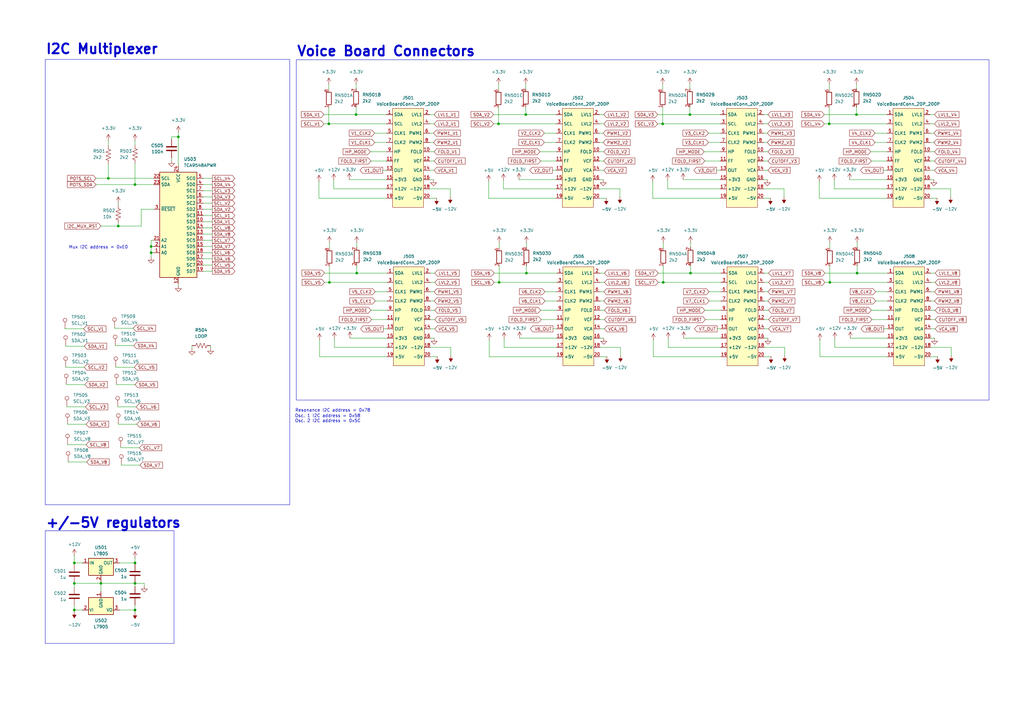
<source format=kicad_sch>
(kicad_sch (version 20231120) (generator "eeschema") (generator_version "8.0")
  (paper "A3")
  (junction (at 44.45 73.152))
  (junction (at 271.78 50.8))
  (junction (at 30.48 250.19))
  (junction (at 146.05 46.99))
  (junction (at 134.874 50.8))
  (junction (at 204.724 115.824))
  (junction (at 340.36 115.824))
  (junction (at 282.956 46.99))
  (junction (at 30.48 239.268))
  (junction (at 135.128 115.824))
  (junction (at 272.034 115.824))
  (junction (at 48.514 92.71))
  (junction (at 215.9 112.014))
  (junction (at 351.282 46.99))
  (junction (at 55.372 239.268))
  (junction (at 283.21 112.014))
  (junction (at 55.372 75.692))
  (junction (at 41.402 239.268))
  (junction (at 204.47 50.8))
  (junction (at 61.976 101.092))
  (junction (at 55.372 230.886))
  (junction (at 146.304 112.014))
  (junction (at 61.976 103.632))
  (junction (at 55.372 250.19))
  (junction (at 30.48 230.886))
  (junction (at 73.152 56.134))
  (junction (at 351.536 112.014))
  (junction (at 340.106 50.8))
  (junction (at 215.646 46.99))
  (wire (pts (xy 27.686 182.372) (xy 27.686 182.118)))
  (wire (pts (xy 313.182 69.85) (xy 314.96 69.85)))
  (wire (pts (xy 381.762 119.634) (xy 383.286 119.634)))
  (wire (pts (xy 176.276 62.23) (xy 178.054 62.23)))
  (wire (pts (xy 41.402 239.268) (xy 41.402 242.57)))
  (wire (pts (xy 288.798 62.23) (xy 295.402 62.23)))
  (wire (pts (xy 351.536 112.014) (xy 363.982 112.014)))
  (wire (pts (xy 202.438 50.8) (xy 204.47 50.8)))
  (wire (pts (xy 133.096 112.014) (xy 146.304 112.014)))
  (wire (pts (xy 30.48 239.268) (xy 30.48 240.792)))
  (wire (pts (xy 83.312 98.552) (xy 87.122 98.552)))
  (wire (pts (xy 57.912 92.71) (xy 57.912 85.852)))
  (wire (pts (xy 267.716 81.28) (xy 295.402 81.28)))
  (wire (pts (xy 246.126 115.824) (xy 247.904 115.824)))
  (wire (pts (xy 226.568 69.85) (xy 228.092 69.85)))
  (wire (pts (xy 83.312 83.312) (xy 87.122 83.312)))
  (wire (pts (xy 336.296 146.304) (xy 363.982 146.304)))
  (wire (pts (xy 313.436 127.254) (xy 315.214 127.254)))
  (wire (pts (xy 226.822 134.874) (xy 228.346 134.874)))
  (wire (pts (xy 271.78 44.196) (xy 271.78 50.8)))
  (wire (pts (xy 184.912 142.494) (xy 184.912 145.796)))
  (wire (pts (xy 70.358 56.134) (xy 73.152 56.134)))
  (wire (pts (xy 246.126 138.684) (xy 247.65 138.684)))
  (wire (pts (xy 338.328 112.014) (xy 351.536 112.014)))
  (wire (pts (xy 245.872 69.85) (xy 247.65 69.85)))
  (wire (pts (xy 221.742 66.04) (xy 228.092 66.04)))
  (wire (pts (xy 46.99 134.62) (xy 54.61 134.62)))
  (wire (pts (xy 26.924 150.622) (xy 34.544 150.622)))
  (wire (pts (xy 381.508 73.66) (xy 383.032 73.66)))
  (wire (pts (xy 313.436 142.494) (xy 321.818 142.494)))
  (wire (pts (xy 55.372 239.268) (xy 55.372 240.538)))
  (wire (pts (xy 272.034 115.824) (xy 295.656 115.824)))
  (wire (pts (xy 215.9 112.014) (xy 228.346 112.014)))
  (wire (pts (xy 342.138 73.914) (xy 342.138 77.47)))
  (wire (pts (xy 44.45 73.152) (xy 62.992 73.152)))
  (wire (pts (xy 83.312 80.772) (xy 87.122 80.772)))
  (wire (pts (xy 351.536 99.568) (xy 351.536 101.346)))
  (wire (pts (xy 271.78 50.8) (xy 295.402 50.8)))
  (wire (pts (xy 283.21 99.568) (xy 283.21 101.346)))
  (wire (pts (xy 204.724 115.824) (xy 228.346 115.824)))
  (wire (pts (xy 245.872 58.42) (xy 247.396 58.42)))
  (wire (pts (xy 215.9 108.966) (xy 215.9 112.014)))
  (wire (pts (xy 48.514 173.99) (xy 48.514 173.736)))
  (wire (pts (xy 70.358 57.15) (xy 70.358 56.134)))
  (wire (pts (xy 176.276 73.66) (xy 177.8 73.66)))
  (wire (pts (xy 176.276 66.04) (xy 178.054 66.04)))
  (wire (pts (xy 200.406 74.422) (xy 200.406 81.28)))
  (wire (pts (xy 48.514 83.312) (xy 48.514 84.074)))
  (wire (pts (xy 206.502 77.47) (xy 228.092 77.47)))
  (wire (pts (xy 157.226 134.874) (xy 158.75 134.874)))
  (wire (pts (xy 152.146 127.254) (xy 158.75 127.254)))
  (wire (pts (xy 83.312 73.152) (xy 87.122 73.152)))
  (wire (pts (xy 26.924 150.622) (xy 26.924 150.368)))
  (wire (pts (xy 49.022 230.886) (xy 55.372 230.886)))
  (wire (pts (xy 357.378 127.254) (xy 363.982 127.254)))
  (wire (pts (xy 47.244 141.732) (xy 54.864 141.732)))
  (wire (pts (xy 30.48 227.838) (xy 30.48 230.886)))
  (wire (pts (xy 282.956 46.99) (xy 295.402 46.99)))
  (wire (pts (xy 176.276 54.61) (xy 177.8 54.61)))
  (wire (pts (xy 267.97 139.446) (xy 267.97 146.304)))
  (wire (pts (xy 41.402 239.268) (xy 55.372 239.268)))
  (wire (pts (xy 176.53 119.634) (xy 178.054 119.634)))
  (wire (pts (xy 49.784 190.754) (xy 49.784 190.5)))
  (wire (pts (xy 293.878 69.85) (xy 295.402 69.85)))
  (wire (pts (xy 176.53 146.304) (xy 179.324 146.304)))
  (wire (pts (xy 44.45 57.658) (xy 44.45 59.69)))
  (wire (pts (xy 27.178 157.734) (xy 27.178 157.48)))
  (wire (pts (xy 146.05 34.544) (xy 146.05 36.322)))
  (wire (pts (xy 313.182 58.42) (xy 314.706 58.42)))
  (wire (pts (xy 221.996 131.064) (xy 228.346 131.064)))
  (wire (pts (xy 55.372 230.886) (xy 55.372 231.394)))
  (wire (pts (xy 245.872 50.8) (xy 247.65 50.8)))
  (wire (pts (xy 86.36 141.732) (xy 86.36 142.748)))
  (wire (pts (xy 270.002 112.014) (xy 283.21 112.014)))
  (wire (pts (xy 27.178 157.734) (xy 34.798 157.734)))
  (wire (pts (xy 280.162 73.66) (xy 295.402 73.66)))
  (wire (pts (xy 313.182 66.04) (xy 314.96 66.04)))
  (wire (pts (xy 381.762 138.684) (xy 383.286 138.684)))
  (wire (pts (xy 381.508 58.42) (xy 383.032 58.42)))
  (wire (pts (xy 290.83 123.444) (xy 295.656 123.444)))
  (wire (pts (xy 381.508 62.23) (xy 383.286 62.23)))
  (wire (pts (xy 313.436 115.824) (xy 315.214 115.824)))
  (wire (pts (xy 290.576 54.61) (xy 295.402 54.61)))
  (wire (pts (xy 184.658 77.47) (xy 184.658 80.772)))
  (wire (pts (xy 61.976 98.552) (xy 62.992 98.552)))
  (wire (pts (xy 254.508 142.494) (xy 254.508 145.796)))
  (wire (pts (xy 381.762 142.494) (xy 390.144 142.494)))
  (wire (pts (xy 273.812 77.47) (xy 295.402 77.47)))
  (wire (pts (xy 381.762 123.444) (xy 383.286 123.444)))
  (wire (pts (xy 176.53 127.254) (xy 178.308 127.254)))
  (wire (pts (xy 254.254 77.47) (xy 254.254 80.772)))
  (wire (pts (xy 39.37 73.152) (xy 44.45 73.152)))
  (wire (pts (xy 130.81 81.28) (xy 158.496 81.28)))
  (wire (pts (xy 59.182 240.284) (xy 59.182 239.268)))
  (wire (pts (xy 41.402 92.71) (xy 48.514 92.71)))
  (wire (pts (xy 48.514 92.71) (xy 57.912 92.71)))
  (wire (pts (xy 280.416 138.684) (xy 295.656 138.684)))
  (wire (pts (xy 381.508 81.28) (xy 384.302 81.28)))
  (wire (pts (xy 132.842 46.99) (xy 146.05 46.99)))
  (wire (pts (xy 176.53 131.064) (xy 178.308 131.064)))
  (wire (pts (xy 30.48 250.19) (xy 30.48 250.952)))
  (wire (pts (xy 290.576 58.42) (xy 295.402 58.42)))
  (wire (pts (xy 143.256 73.66) (xy 158.496 73.66)))
  (wire (pts (xy 202.692 112.014) (xy 215.9 112.014)))
  (wire (pts (xy 73.152 56.134) (xy 73.152 68.072)))
  (wire (pts (xy 131.064 146.304) (xy 158.75 146.304)))
  (wire (pts (xy 200.406 81.28) (xy 228.092 81.28)))
  (wire (pts (xy 55.372 239.014) (xy 55.372 239.268)))
  (wire (pts (xy 136.906 77.47) (xy 158.496 77.47)))
  (wire (pts (xy 221.488 62.23) (xy 228.092 62.23)))
  (wire (pts (xy 176.53 115.824) (xy 178.308 115.824)))
  (wire (pts (xy 26.924 141.986) (xy 26.924 141.732)))
  (wire (pts (xy 351.282 43.942) (xy 351.282 46.99)))
  (wire (pts (xy 338.074 50.8) (xy 340.106 50.8)))
  (wire (pts (xy 213.106 138.684) (xy 228.346 138.684)))
  (wire (pts (xy 381.762 131.064) (xy 383.54 131.064)))
  (wire (pts (xy 46.99 134.62) (xy 46.99 134.366)))
  (wire (pts (xy 351.536 108.966) (xy 351.536 112.014)))
  (wire (pts (xy 135.128 99.568) (xy 135.128 101.6)))
  (wire (pts (xy 61.976 101.092) (xy 62.992 101.092)))
  (wire (pts (xy 357.378 66.04) (xy 363.728 66.04)))
  (wire (pts (xy 358.902 58.42) (xy 363.728 58.42)))
  (wire (pts (xy 135.128 115.824) (xy 158.75 115.824)))
  (wire (pts (xy 223.52 123.444) (xy 228.346 123.444)))
  (wire (pts (xy 202.438 46.99) (xy 215.646 46.99)))
  (wire (pts (xy 245.872 73.66) (xy 247.396 73.66)))
  (wire (pts (xy 146.05 46.99) (xy 158.496 46.99)))
  (wire (pts (xy 389.89 77.47) (xy 389.89 80.772)))
  (wire (pts (xy 246.126 142.494) (xy 254.508 142.494)))
  (wire (pts (xy 269.748 50.8) (xy 271.78 50.8)))
  (wire (pts (xy 137.16 142.494) (xy 158.75 142.494)))
  (wire (pts (xy 30.48 248.412) (xy 30.48 250.19)))
  (wire (pts (xy 223.52 119.634) (xy 228.346 119.634)))
  (wire (pts (xy 381.508 46.99) (xy 383.286 46.99)))
  (wire (pts (xy 340.36 115.824) (xy 363.982 115.824)))
  (wire (pts (xy 83.312 88.392) (xy 87.122 88.392)))
  (wire (pts (xy 338.328 115.824) (xy 340.36 115.824)))
  (wire (pts (xy 153.67 58.42) (xy 158.496 58.42)))
  (wire (pts (xy 340.106 44.196) (xy 340.106 50.8)))
  (wire (pts (xy 130.81 74.422) (xy 130.81 81.28)))
  (wire (pts (xy 245.872 77.47) (xy 254.254 77.47)))
  (wire (pts (xy 270.002 115.824) (xy 272.034 115.824)))
  (wire (pts (xy 338.074 46.99) (xy 351.282 46.99)))
  (wire (pts (xy 381.508 77.47) (xy 389.89 77.47)))
  (wire (pts (xy 137.16 138.938) (xy 137.16 142.494)))
  (wire (pts (xy 381.508 69.85) (xy 383.286 69.85)))
  (wire (pts (xy 274.066 138.938) (xy 274.066 142.494)))
  (wire (pts (xy 245.872 54.61) (xy 247.396 54.61)))
  (wire (pts (xy 55.372 57.658) (xy 55.372 59.436)))
  (wire (pts (xy 73.152 54.356) (xy 73.152 56.134)))
  (wire (pts (xy 151.892 62.23) (xy 158.496 62.23)))
  (wire (pts (xy 269.748 46.99) (xy 282.956 46.99)))
  (wire (pts (xy 55.372 230.886) (xy 55.372 228.854)))
  (wire (pts (xy 381.762 134.874) (xy 383.54 134.874)))
  (wire (pts (xy 134.874 44.196) (xy 134.874 50.8)))
  (wire (pts (xy 176.276 46.99) (xy 178.054 46.99)))
  (wire (pts (xy 313.182 62.23) (xy 314.96 62.23)))
  (wire (pts (xy 223.266 54.61) (xy 228.092 54.61)))
  (wire (pts (xy 47.752 157.734) (xy 55.372 157.734)))
  (wire (pts (xy 206.756 138.938) (xy 206.756 142.494)))
  (wire (pts (xy 272.034 109.22) (xy 272.034 115.824)))
  (wire (pts (xy 70.358 64.77) (xy 70.358 65.786)))
  (wire (pts (xy 273.812 73.914) (xy 273.812 77.47)))
  (wire (pts (xy 78.74 141.732) (xy 78.74 143.002)))
  (wire (pts (xy 246.126 112.014) (xy 247.904 112.014)))
  (wire (pts (xy 294.132 134.874) (xy 295.656 134.874)))
  (wire (pts (xy 153.924 119.634) (xy 158.75 119.634)))
  (wire (pts (xy 283.21 112.014) (xy 295.656 112.014)))
  (wire (pts (xy 153.67 54.61) (xy 158.496 54.61)))
  (wire (pts (xy 215.646 46.99) (xy 228.092 46.99)))
  (wire (pts (xy 206.502 73.914) (xy 206.502 77.47)))
  (wire (pts (xy 61.976 103.632) (xy 62.992 103.632)))
  (wire (pts (xy 44.45 67.31) (xy 44.45 73.152)))
  (wire (pts (xy 47.498 150.622) (xy 55.118 150.622)))
  (wire (pts (xy 55.372 75.692) (xy 62.992 75.692)))
  (wire (pts (xy 49.022 250.19) (xy 55.372 250.19)))
  (wire (pts (xy 49.53 183.642) (xy 57.15 183.642)))
  (wire (pts (xy 272.034 99.568) (xy 272.034 101.6)))
  (wire (pts (xy 47.244 141.732) (xy 47.244 141.478)))
  (wire (pts (xy 282.956 43.942) (xy 282.956 46.99)))
  (wire (pts (xy 348.488 73.66) (xy 363.728 73.66)))
  (wire (pts (xy 321.564 77.47) (xy 321.564 80.772)))
  (wire (pts (xy 282.956 34.544) (xy 282.956 36.322)))
  (wire (pts (xy 176.276 69.85) (xy 178.054 69.85)))
  (wire (pts (xy 340.106 34.544) (xy 340.106 36.576)))
  (wire (pts (xy 390.144 142.494) (xy 390.144 145.796)))
  (wire (pts (xy 351.282 34.544) (xy 351.282 36.322)))
  (wire (pts (xy 176.53 134.874) (xy 178.308 134.874)))
  (wire (pts (xy 313.436 123.444) (xy 314.96 123.444)))
  (wire (pts (xy 83.312 101.092) (xy 87.122 101.092)))
  (wire (pts (xy 245.872 81.28) (xy 248.666 81.28)))
  (wire (pts (xy 245.872 62.23) (xy 247.65 62.23)))
  (wire (pts (xy 27.686 173.99) (xy 27.686 173.736)))
  (wire (pts (xy 55.372 67.056) (xy 55.372 75.692)))
  (wire (pts (xy 200.66 146.304) (xy 228.346 146.304)))
  (wire (pts (xy 313.182 50.8) (xy 314.96 50.8)))
  (wire (pts (xy 83.312 103.632) (xy 87.122 103.632)))
  (wire (pts (xy 134.874 34.544) (xy 134.874 36.576)))
  (wire (pts (xy 49.784 190.754) (xy 57.404 190.754)))
  (wire (pts (xy 313.182 46.99) (xy 314.96 46.99)))
  (wire (pts (xy 221.742 127.254) (xy 228.346 127.254)))
  (wire (pts (xy 289.052 66.04) (xy 295.402 66.04)))
  (wire (pts (xy 342.392 142.494) (xy 363.982 142.494)))
  (wire (pts (xy 176.53 112.014) (xy 178.308 112.014)))
  (wire (pts (xy 55.372 250.19) (xy 55.372 251.206)))
  (wire (pts (xy 359.156 119.634) (xy 363.982 119.634)))
  (wire (pts (xy 381.508 66.04) (xy 383.286 66.04)))
  (wire (pts (xy 289.306 131.064) (xy 295.656 131.064)))
  (wire (pts (xy 176.53 138.684) (xy 178.054 138.684)))
  (wire (pts (xy 146.304 99.568) (xy 146.304 101.346)))
  (wire (pts (xy 146.304 112.014) (xy 158.75 112.014)))
  (wire (pts (xy 246.126 146.304) (xy 248.92 146.304)))
  (wire (pts (xy 359.156 123.444) (xy 363.982 123.444)))
  (wire (pts (xy 48.26 166.878) (xy 48.26 166.624)))
  (wire (pts (xy 336.042 81.28) (xy 363.728 81.28)))
  (wire (pts (xy 340.36 109.22) (xy 340.36 115.824)))
  (wire (pts (xy 41.402 238.506) (xy 41.402 239.268)))
  (wire (pts (xy 246.126 119.634) (xy 247.65 119.634)))
  (wire (pts (xy 357.124 62.23) (xy 363.728 62.23)))
  (wire (pts (xy 313.436 119.634) (xy 314.96 119.634)))
  (wire (pts (xy 27.94 189.484) (xy 27.94 189.23)))
  (wire (pts (xy 336.042 74.422) (xy 336.042 81.28)))
  (wire (pts (xy 30.48 230.886) (xy 33.782 230.886)))
  (wire (pts (xy 61.976 105.41) (xy 61.976 103.632)))
  (wire (pts (xy 342.392 138.938) (xy 342.392 142.494)))
  (wire (pts (xy 152.4 131.064) (xy 158.75 131.064)))
  (wire (pts (xy 204.47 44.196) (xy 204.47 50.8)))
  (wire (pts (xy 340.36 99.568) (xy 340.36 101.6)))
  (wire (pts (xy 27.432 166.878) (xy 35.052 166.878)))
  (wire (pts (xy 146.304 108.966) (xy 146.304 112.014)))
  (wire (pts (xy 73.152 116.332) (xy 73.152 117.094)))
  (wire (pts (xy 30.48 230.886) (xy 30.48 231.648)))
  (wire (pts (xy 135.128 109.22) (xy 135.128 115.824)))
  (wire (pts (xy 146.05 43.942) (xy 146.05 46.99)))
  (wire (pts (xy 48.26 166.878) (xy 55.88 166.878)))
  (wire (pts (xy 83.312 96.012) (xy 87.122 96.012)))
  (wire (pts (xy 61.976 101.092) (xy 61.976 98.552)))
  (wire (pts (xy 381.762 112.014) (xy 383.54 112.014)))
  (wire (pts (xy 83.312 78.232) (xy 87.122 78.232)))
  (wire (pts (xy 27.94 189.484) (xy 35.56 189.484)))
  (wire (pts (xy 212.852 73.66) (xy 228.092 73.66)))
  (wire (pts (xy 134.874 50.8) (xy 158.496 50.8)))
  (wire (pts (xy 204.724 99.568) (xy 204.724 101.6)))
  (wire (pts (xy 133.096 115.824) (xy 135.128 115.824)))
  (wire (pts (xy 176.276 50.8) (xy 178.054 50.8)))
  (wire (pts (xy 132.842 50.8) (xy 134.874 50.8)))
  (wire (pts (xy 152.146 66.04) (xy 158.496 66.04)))
  (wire (pts (xy 215.646 43.942) (xy 215.646 46.99)))
  (wire (pts (xy 83.312 93.472) (xy 87.122 93.472)))
  (wire (pts (xy 27.686 173.99) (xy 35.306 173.99)))
  (wire (pts (xy 143.51 138.684) (xy 158.75 138.684)))
  (wire (pts (xy 48.514 91.694) (xy 48.514 92.71)))
  (wire (pts (xy 267.716 74.422) (xy 267.716 81.28)))
  (wire (pts (xy 246.126 131.064) (xy 247.904 131.064)))
  (wire (pts (xy 246.126 123.444) (xy 247.65 123.444)))
  (wire (pts (xy 204.47 50.8) (xy 228.092 50.8)))
  (wire (pts (xy 202.692 115.824) (xy 204.724 115.824)))
  (wire (pts (xy 381.508 54.61) (xy 383.032 54.61)))
  (wire (pts (xy 245.872 66.04) (xy 247.65 66.04)))
  (wire (pts (xy 246.126 134.874) (xy 247.904 134.874)))
  (wire (pts (xy 55.372 250.19) (xy 55.372 248.158)))
  (wire (pts (xy 336.296 139.446) (xy 336.296 146.304)))
  (wire (pts (xy 26.67 134.874) (xy 34.29 134.874)))
  (wire (pts (xy 313.182 77.47) (xy 321.564 77.47)))
  (wire (pts (xy 200.66 139.446) (xy 200.66 146.304)))
  (wire (pts (xy 357.632 131.064) (xy 363.982 131.064)))
  (wire (pts (xy 313.436 112.014) (xy 315.214 112.014)))
  (wire (pts (xy 342.138 77.47) (xy 363.728 77.47)))
  (wire (pts (xy 362.204 69.85) (xy 363.728 69.85)))
  (wire (pts (xy 313.436 146.304) (xy 316.23 146.304)))
  (wire (pts (xy 215.646 34.544) (xy 215.646 36.322)))
  (wire (pts (xy 381.762 127.254) (xy 383.54 127.254)))
  (wire (pts (xy 289.052 127.254) (xy 295.656 127.254)))
  (wire (pts (xy 340.106 50.8) (xy 363.728 50.8)))
  (wire (pts (xy 321.818 142.494) (xy 321.818 145.796)))
  (wire (pts (xy 381.508 50.8) (xy 383.286 50.8)))
  (wire (pts (xy 206.756 142.494) (xy 228.346 142.494)))
  (wire (pts (xy 381.762 115.824) (xy 383.54 115.824)))
  (wire (pts (xy 362.458 134.874) (xy 363.982 134.874)))
  (wire (pts (xy 358.902 54.61) (xy 363.728 54.61)))
  (wire (pts (xy 136.906 73.914) (xy 136.906 77.47)))
  (wire (pts (xy 290.83 119.634) (xy 295.656 119.634)))
  (wire (pts (xy 48.514 173.99) (xy 56.134 173.99)))
  (wire (pts (xy 215.9 99.568) (xy 215.9 101.346)))
  (wire (pts (xy 313.182 54.61) (xy 314.706 54.61)))
  (wire (pts (xy 83.312 75.692) (xy 87.122 75.692)))
  (wire (pts (xy 47.498 150.622) (xy 47.498 150.368)))
  (wire (pts (xy 83.312 111.252) (xy 87.122 111.252)))
  (wire (pts (xy 39.37 75.692) (xy 55.372 75.692)))
  (wire (pts (xy 313.436 138.684) (xy 314.96 138.684)))
  (wire (pts (xy 313.182 73.66) (xy 314.706 73.66)))
  (wire (pts (xy 83.312 90.932) (xy 87.122 90.932)))
  (wire (pts (xy 59.182 239.268) (xy 55.372 239.268)))
  (wire (pts (xy 313.436 134.874) (xy 315.214 134.874)))
  (wire (pts (xy 156.972 69.85) (xy 158.496 69.85)))
  (wire (pts (xy 283.21 108.966) (xy 283.21 112.014)))
  (wire (pts (xy 176.276 58.42) (xy 177.8 58.42)))
  (wire (pts (xy 176.276 81.28) (xy 179.07 81.28)))
  (wire (pts (xy 26.924 141.986) (xy 34.544 141.986)))
  (wire (pts (xy 30.48 239.268) (xy 41.402 239.268)))
  (wire (pts (xy 27.686 182.372) (xy 35.306 182.372)))
  (wire (pts (xy 26.67 134.874) (xy 26.67 134.62)))
  (wire (pts (xy 223.266 58.42) (xy 228.092 58.42)))
  (wire (pts (xy 30.48 250.19) (xy 33.782 250.19)))
  (wire (pts (xy 274.066 142.494) (xy 295.656 142.494)))
  (wire (pts (xy 267.97 146.304) (xy 295.656 146.304)))
  (wire (pts (xy 381.762 146.304) (xy 384.556 146.304)))
  (wire (pts (xy 153.924 123.444) (xy 158.75 123.444)))
  (wire (pts (xy 313.436 131.064) (xy 315.214 131.064)))
  (wire (pts (xy 27.432 166.878) (xy 27.432 166.624)))
  (wire (pts (xy 49.53 183.642) (xy 49.53 183.388)))
  (wire (pts (xy 204.724 109.22) (xy 204.724 115.824)))
  (wire (pts (xy 61.976 103.632) (xy 61.976 101.092)))
  (wire (pts (xy 131.064 139.446) (xy 131.064 146.304)))
  (wire (pts (xy 245.872 46.99) (xy 247.65 46.99)))
  (wire (pts (xy 83.312 108.712) (xy 87.122 108.712)))
  (wire (pts (xy 83.312 106.172) (xy 87.122 106.172)))
  (wire (pts (xy 204.47 34.544) (xy 204.47 36.576)))
  (wire (pts (xy 348.742 138.684) (xy 363.982 138.684)))
  (wire (pts (xy 47.752 157.734) (xy 47.752 157.48)))
  (wire (pts (xy 351.282 46.99) (xy 363.728 46.99)))
  (wire (pts (xy 176.53 142.494) (xy 184.912 142.494)))
  (wire (pts (xy 271.78 34.544) (xy 271.78 36.576)))
  (wire (pts (xy 83.312 85.852) (xy 87.122 85.852)))
  (wire (pts (xy 57.912 85.852) (xy 62.992 85.852)))
  (wire (pts (xy 246.126 127.254) (xy 247.904 127.254)))
  (wire (pts (xy 176.53 123.444) (xy 178.054 123.444)))
  (wire (pts (xy 313.182 81.28) (xy 315.976 81.28)))
  (wire (pts (xy 176.276 77.47) (xy 184.658 77.47)))
  (rectangle (start 121.539 24.511) (end 405.638 164.084))
  (rectangle (start 18.542 24.384) (end 118.872 207.01))
  (rectangle (start 18.542 217.678) (end 71.374 263.906))
  (text "Osc. 1 I2C address = 0x58\nOsc. 2 I2C address = 0x5C" (at 120.904 173.482 0) (effects (font (size 1.27 1.27)) (justify left bottom)))
  (text "I2C Multiplexer" (at 18.542 22.606 0) (effects (font (size 4 4) (thickness 0.8) (bold yes)) (justify left bottom)))
  (text "Voice Board Connectors" (at 121.539 23.495 0) (effects (font (size 4 4) (thickness 0.8) (bold yes)) (justify left bottom)))
  (text "+/-5V regulators" (at 18.542 216.916 0) (effects (font (size 4 4) (thickness 0.8) (bold yes)) (justify left bottom)))
  (text "Mux I2C address = 0xE0" (at 28.194 102.235 0) (effects (font (size 1.27 1.27)) (justify left bottom)))
  (text "Resonance I2C address = 0x78" (at 121.031 169.164 0) (effects (font (size 1.27 1.27)) (justify left bottom)))
  (global_label "SCL_V5" (shape input) (at 55.118 150.622 0) (property "Intersheetrefs" "${INTERSHEET_REFS}" (effects (hide yes))))
  (global_label "FOLD_FIRST" (shape input) (at 289.306 131.064 180) (property "Intersheetrefs" "${INTERSHEET_REFS}" (effects (hide yes))))
  (global_label "SDA_V1" (shape input) (at 132.842 46.99 180) (property "Intersheetrefs" "${INTERSHEET_REFS}" (effects (hide yes))))
  (global_label "SCL_V7" (shape output) (at 87.122 98.552 0) (property "Intersheetrefs" "${INTERSHEET_REFS}" (effects (hide yes))))
  (global_label "VCA_V2" (shape input) (at 247.65 69.85 0) (property "Intersheetrefs" "${INTERSHEET_REFS}" (effects (hide yes))))
  (global_label "FOLD_V8" (shape input) (at 383.54 127.254 0) (property "Intersheetrefs" "${INTERSHEET_REFS}" (effects (hide yes))))
  (global_label "PWM2_V2" (shape input) (at 247.396 58.42 0) (property "Intersheetrefs" "${INTERSHEET_REFS}" (effects (hide yes))))
  (global_label "SDA_V6" (shape input) (at 56.134 173.99 0) (property "Intersheetrefs" "${INTERSHEET_REFS}" (effects (hide yes))))
  (global_label "FOLD_FIRST" (shape input) (at 357.378 66.04 180) (property "Intersheetrefs" "${INTERSHEET_REFS}" (effects (hide yes))))
  (global_label "V5_CLK2" (shape input) (at 153.924 119.634 180) (property "Intersheetrefs" "${INTERSHEET_REFS}" (effects (hide yes))))
  (global_label "FOLD_FIRST" (shape input) (at 357.632 131.064 180) (property "Intersheetrefs" "${INTERSHEET_REFS}" (effects (hide yes))))
  (global_label "SDA_V2" (shape input) (at 202.438 46.99 180) (property "Intersheetrefs" "${INTERSHEET_REFS}" (effects (hide yes))))
  (global_label "V5_CLK1" (shape input) (at 153.924 123.444 180) (property "Intersheetrefs" "${INTERSHEET_REFS}" (effects (hide yes))))
  (global_label "CUTOFF_V8" (shape input) (at 383.54 131.064 0) (property "Intersheetrefs" "${INTERSHEET_REFS}" (effects (hide yes))))
  (global_label "LVL2_V5" (shape input) (at 178.308 115.824 0) (property "Intersheetrefs" "${INTERSHEET_REFS}" (effects (hide yes))))
  (global_label "LVL1_V5" (shape input) (at 178.308 112.014 0) (property "Intersheetrefs" "${INTERSHEET_REFS}" (effects (hide yes))))
  (global_label "CUTOFF_V4" (shape input) (at 383.286 66.04 0) (property "Intersheetrefs" "${INTERSHEET_REFS}" (effects (hide yes))))
  (global_label "FOLD_FIRST" (shape input) (at 152.4 131.064 180) (property "Intersheetrefs" "${INTERSHEET_REFS}" (effects (hide yes))))
  (global_label "VCA_V8" (shape input) (at 383.54 134.874 0) (property "Intersheetrefs" "${INTERSHEET_REFS}" (effects (hide yes))))
  (global_label "V6_OUT" (shape output) (at 226.822 134.874 180) (property "Intersheetrefs" "${INTERSHEET_REFS}" (effects (hide yes))))
  (global_label "FOLD_V7" (shape input) (at 315.214 127.254 0) (property "Intersheetrefs" "${INTERSHEET_REFS}" (effects (hide yes))))
  (global_label "SDA_V3" (shape input) (at 35.306 173.99 0) (property "Intersheetrefs" "${INTERSHEET_REFS}" (effects (hide yes))))
  (global_label "V4_CLK2" (shape input) (at 358.902 54.61 180) (property "Intersheetrefs" "${INTERSHEET_REFS}" (effects (hide yes))))
  (global_label "SCL_V5" (shape output) (at 87.122 108.712 0) (property "Intersheetrefs" "${INTERSHEET_REFS}" (effects (hide yes))))
  (global_label "POTS_SCL" (shape input) (at 39.37 73.152 180) (property "Intersheetrefs" "${INTERSHEET_REFS}" (effects (hide yes))))
  (global_label "PWM2_V5" (shape input) (at 178.054 123.444 0) (property "Intersheetrefs" "${INTERSHEET_REFS}" (effects (hide yes))))
  (global_label "V8_OUT" (shape output) (at 362.458 134.874 180) (property "Intersheetrefs" "${INTERSHEET_REFS}" (effects (hide yes))))
  (global_label "V1_OUT" (shape output) (at 156.972 69.85 180) (property "Intersheetrefs" "${INTERSHEET_REFS}" (effects (hide yes))))
  (global_label "FOLD_FIRST" (shape input) (at 221.996 131.064 180) (property "Intersheetrefs" "${INTERSHEET_REFS}" (effects (hide yes))))
  (global_label "SCL_V3" (shape input) (at 269.748 50.8 180) (property "Intersheetrefs" "${INTERSHEET_REFS}" (effects (hide yes))))
  (global_label "PWM1_V1" (shape input) (at 177.8 54.61 0) (property "Intersheetrefs" "${INTERSHEET_REFS}" (effects (hide yes))))
  (global_label "SCL_V2" (shape output) (at 87.122 83.312 0) (property "Intersheetrefs" "${INTERSHEET_REFS}" (effects (hide yes))))
  (global_label "V7_CLK1" (shape input) (at 290.83 123.444 180) (property "Intersheetrefs" "${INTERSHEET_REFS}" (effects (hide yes))))
  (global_label "CUTOFF_V5" (shape input) (at 178.308 131.064 0) (property "Intersheetrefs" "${INTERSHEET_REFS}" (effects (hide yes))))
  (global_label "V6_CLK1" (shape input) (at 223.52 123.444 180) (property "Intersheetrefs" "${INTERSHEET_REFS}" (effects (hide yes))))
  (global_label "PWM2_V6" (shape input) (at 247.65 123.444 0) (property "Intersheetrefs" "${INTERSHEET_REFS}" (effects (hide yes))))
  (global_label "FOLD_V2" (shape input) (at 247.65 62.23 0) (property "Intersheetrefs" "${INTERSHEET_REFS}" (effects (hide yes))))
  (global_label "I2C_MUX_RST" (shape input) (at 41.402 92.71 180) (property "Intersheetrefs" "${INTERSHEET_REFS}" (effects (hide yes))))
  (global_label "VCA_V4" (shape input) (at 383.286 69.85 0) (property "Intersheetrefs" "${INTERSHEET_REFS}" (effects (hide yes))))
  (global_label "LVL2_V8" (shape input) (at 383.54 115.824 0) (property "Intersheetrefs" "${INTERSHEET_REFS}" (effects (hide yes))))
  (global_label "SCL_V1" (shape input) (at 132.842 50.8 180) (property "Intersheetrefs" "${INTERSHEET_REFS}" (effects (hide yes))))
  (global_label "HP_MODE" (shape input) (at 357.378 127.254 180) (property "Intersheetrefs" "${INTERSHEET_REFS}" (effects (hide yes))))
  (global_label "SCL_V3" (shape output) (at 87.122 78.232 0) (property "Intersheetrefs" "${INTERSHEET_REFS}" (effects (hide yes))))
  (global_label "SCL_V3" (shape input) (at 35.052 166.878 0) (property "Intersheetrefs" "${INTERSHEET_REFS}" (effects (hide yes))))
  (global_label "SDA_V1" (shape input) (at 34.544 141.986 0) (property "Intersheetrefs" "${INTERSHEET_REFS}" (effects (hide yes))))
  (global_label "V7_CLK2" (shape input) (at 290.83 119.634 180) (property "Intersheetrefs" "${INTERSHEET_REFS}" (effects (hide yes))))
  (global_label "V1_CLK2" (shape input) (at 153.67 54.61 180) (property "Intersheetrefs" "${INTERSHEET_REFS}" (effects (hide yes))))
  (global_label "SCL_V7" (shape input) (at 270.002 115.824 180) (property "Intersheetrefs" "${INTERSHEET_REFS}" (effects (hide yes))))
  (global_label "HP_MODE" (shape input) (at 221.742 127.254 180) (property "Intersheetrefs" "${INTERSHEET_REFS}" (effects (hide yes))))
  (global_label "VCA_V1" (shape input) (at 178.054 69.85 0) (property "Intersheetrefs" "${INTERSHEET_REFS}" (effects (hide yes))))
  (global_label "V2_OUT" (shape output) (at 226.568 69.85 180) (property "Intersheetrefs" "${INTERSHEET_REFS}" (effects (hide yes))))
  (global_label "SCL_V8" (shape input) (at 338.328 115.824 180) (property "Intersheetrefs" "${INTERSHEET_REFS}" (effects (hide yes))))
  (global_label "HP_MODE" (shape input) (at 357.124 62.23 180) (property "Intersheetrefs" "${INTERSHEET_REFS}" (effects (hide yes))))
  (global_label "LVL2_V3" (shape input) (at 314.96 50.8 0) (property "Intersheetrefs" "${INTERSHEET_REFS}" (effects (hide yes))))
  (global_label "POTS_SDA" (shape input) (at 39.37 75.692 180) (property "Intersheetrefs" "${INTERSHEET_REFS}" (effects (hide yes))))
  (global_label "PWM2_V7" (shape input) (at 314.96 123.444 0) (property "Intersheetrefs" "${INTERSHEET_REFS}" (effects (hide yes))))
  (global_label "SDA_V7" (shape input) (at 57.404 190.754 0) (property "Intersheetrefs" "${INTERSHEET_REFS}" (effects (hide yes))))
  (global_label "VCA_V5" (shape input) (at 178.308 134.874 0) (property "Intersheetrefs" "${INTERSHEET_REFS}" (effects (hide yes))))
  (global_label "PWM2_V4" (shape input) (at 383.032 58.42 0) (property "Intersheetrefs" "${INTERSHEET_REFS}" (effects (hide yes))))
  (global_label "PWM2_V1" (shape input) (at 177.8 58.42 0) (property "Intersheetrefs" "${INTERSHEET_REFS}" (effects (hide yes))))
  (global_label "SDA_V7" (shape output) (at 87.122 101.092 0) (property "Intersheetrefs" "${INTERSHEET_REFS}" (effects (hide yes))))
  (global_label "PWM1_V7" (shape input) (at 314.96 119.634 0) (property "Intersheetrefs" "${INTERSHEET_REFS}" (effects (hide yes))))
  (global_label "V2_CLK1" (shape input) (at 223.266 58.42 180) (property "Intersheetrefs" "${INTERSHEET_REFS}" (effects (hide yes))))
  (global_label "SDA_V4" (shape input) (at 338.074 46.99 180) (property "Intersheetrefs" "${INTERSHEET_REFS}" (effects (hide yes))))
  (global_label "SDA_V7" (shape input) (at 270.002 112.014 180) (property "Intersheetrefs" "${INTERSHEET_REFS}" (effects (hide yes))))
  (global_label "FOLD_V1" (shape input) (at 178.054 62.23 0) (property "Intersheetrefs" "${INTERSHEET_REFS}" (effects (hide yes))))
  (global_label "FOLD_FIRST" (shape input) (at 289.052 66.04 180) (property "Intersheetrefs" "${INTERSHEET_REFS}" (effects (hide yes))))
  (global_label "CUTOFF_V3" (shape input) (at 314.96 66.04 0) (property "Intersheetrefs" "${INTERSHEET_REFS}" (effects (hide yes))))
  (global_label "VCA_V6" (shape input) (at 247.904 134.874 0) (property "Intersheetrefs" "${INTERSHEET_REFS}" (effects (hide yes))))
  (global_label "LVL1_V1" (shape input) (at 178.054 46.99 0) (property "Intersheetrefs" "${INTERSHEET_REFS}" (effects (hide yes))))
  (global_label "FOLD_V3" (shape input) (at 314.96 62.23 0) (property "Intersheetrefs" "${INTERSHEET_REFS}" (effects (hide yes))))
  (global_label "LVL1_V2" (shape input) (at 247.65 46.99 0) (property "Intersheetrefs" "${INTERSHEET_REFS}" (effects (hide yes))))
  (global_label "SDA_V2" (shape input) (at 34.798 157.734 0) (property "Intersheetrefs" "${INTERSHEET_REFS}" (effects (hide yes))))
  (global_label "FOLD_V4" (shape input) (at 383.286 62.23 0) (property "Intersheetrefs" "${INTERSHEET_REFS}" (effects (hide yes))))
  (global_label "PWM1_V6" (shape input) (at 247.65 119.634 0) (property "Intersheetrefs" "${INTERSHEET_REFS}" (effects (hide yes))))
  (global_label "SCL_V2" (shape input) (at 34.544 150.622 0) (property "Intersheetrefs" "${INTERSHEET_REFS}" (effects (hide yes))))
  (global_label "LVL1_V8" (shape input) (at 383.54 112.014 0) (property "Intersheetrefs" "${INTERSHEET_REFS}" (effects (hide yes))))
  (global_label "SDA_V6" (shape output) (at 87.122 106.172 0) (property "Intersheetrefs" "${INTERSHEET_REFS}" (effects (hide yes))))
  (global_label "SCL_V1" (shape output) (at 87.122 88.392 0) (property "Intersheetrefs" "${INTERSHEET_REFS}" (effects (hide yes))))
  (global_label "V8_CLK2" (shape input) (at 359.156 119.634 180) (property "Intersheetrefs" "${INTERSHEET_REFS}" (effects (hide yes))))
  (global_label "FOLD_FIRST" (shape input) (at 221.742 66.04 180) (property "Intersheetrefs" "${INTERSHEET_REFS}" (effects (hide yes))))
  (global_label "LVL2_V1" (shape input) (at 178.054 50.8 0) (property "Intersheetrefs" "${INTERSHEET_REFS}" (effects (hide yes))))
  (global_label "PWM2_V8" (shape input) (at 383.286 123.444 0) (property "Intersheetrefs" "${INTERSHEET_REFS}" (effects (hide yes))))
  (global_label "SCL_V5" (shape input) (at 133.096 115.824 180) (property "Intersheetrefs" "${INTERSHEET_REFS}" (effects (hide yes))))
  (global_label "HP_MODE" (shape input) (at 288.798 62.23 180) (property "Intersheetrefs" "${INTERSHEET_REFS}" (effects (hide yes))))
  (global_label "FOLD_V6" (shape input) (at 247.904 127.254 0) (property "Intersheetrefs" "${INTERSHEET_REFS}" (effects (hide yes))))
  (global_label "SCL_V6" (shape output) (at 87.122 103.632 0) (property "Intersheetrefs" "${INTERSHEET_REFS}" (effects (hide yes))))
  (global_label "V1_CLK1" (shape input) (at 153.67 58.42 180) (property "Intersheetrefs" "${INTERSHEET_REFS}" (effects (hide yes))))
  (global_label "SCL_V7" (shape input) (at 57.15 183.642 0) (property "Intersheetrefs" "${INTERSHEET_REFS}" (effects (hide yes))))
  (global_label "SCL_V4" (shape output) (at 87.122 73.152 0) (property "Intersheetrefs" "${INTERSHEET_REFS}" (effects (hide yes))))
  (global_label "CUTOFF_V1" (shape input) (at 178.054 66.04 0) (property "Intersheetrefs" "${INTERSHEET_REFS}" (effects (hide yes))))
  (global_label "LVL2_V7" (shape input) (at 315.214 115.824 0) (property "Intersheetrefs" "${INTERSHEET_REFS}" (effects (hide yes))))
  (global_label "PWM1_V8" (shape input) (at 383.286 119.634 0) (property "Intersheetrefs" "${INTERSHEET_REFS}" (effects (hide yes))))
  (global_label "SCL_V8" (shape input) (at 35.306 182.372 0) (property "Intersheetrefs" "${INTERSHEET_REFS}" (effects (hide yes))))
  (global_label "SDA_V3" (shape input) (at 269.748 46.99 180) (property "Intersheetrefs" "${INTERSHEET_REFS}" (effects (hide yes))))
  (global_label "FOLD_V5" (shape input) (at 178.308 127.254 0) (property "Intersheetrefs" "${INTERSHEET_REFS}" (effects (hide yes))))
  (global_label "LVL1_V3" (shape input) (at 314.96 46.99 0) (property "Intersheetrefs" "${INTERSHEET_REFS}" (effects (hide yes))))
  (global_label "V3_CLK1" (shape input) (at 290.576 58.42 180) (property "Intersheetrefs" "${INTERSHEET_REFS}" (effects (hide yes))))
  (global_label "SCL_V4" (shape input) (at 338.074 50.8 180) (property "Intersheetrefs" "${INTERSHEET_REFS}" (effects (hide yes))))
  (global_label "SDA_V8" (shape input) (at 35.56 189.484 0) (property "Intersheetrefs" "${INTERSHEET_REFS}" (effects (hide yes))))
  (global_label "PWM1_V2" (shape input) (at 247.396 54.61 0) (property "Intersheetrefs" "${INTERSHEET_REFS}" (effects (hide yes))))
  (global_label "LVL2_V4" (shape input) (at 383.286 50.8 0) (property "Intersheetrefs" "${INTERSHEET_REFS}" (effects (hide yes))))
  (global_label "HP_MODE" (shape input) (at 151.892 62.23 180) (property "Intersheetrefs" "${INTERSHEET_REFS}" (effects (hide yes))))
  (global_label "V4_CLK1" (shape input) (at 358.902 58.42 180) (property "Intersheetrefs" "${INTERSHEET_REFS}" (effects (hide yes))))
  (global_label "SCL_V6" (shape input) (at 202.692 115.824 180) (property "Intersheetrefs" "${INTERSHEET_REFS}" (effects (hide yes))))
  (global_label "V7_OUT" (shape output) (at 294.132 134.874 180) (property "Intersheetrefs" "${INTERSHEET_REFS}" (effects (hide yes))))
  (global_label "SDA_V4" (shape output) (at 87.122 75.692 0) (property "Intersheetrefs" "${INTERSHEET_REFS}" (effects (hide yes))))
  (global_label "SDA_V5" (shape output) (at 87.122 111.252 0) (property "Intersheetrefs" "${INTERSHEET_REFS}" (effects (hide yes))))
  (global_label "V2_CLK2" (shape input) (at 223.266 54.61 180) (property "Intersheetrefs" "${INTERSHEET_REFS}" (effects (hide yes))))
  (global_label "SDA_V4" (shape input) (at 54.864 141.732 0) (property "Intersheetrefs" "${INTERSHEET_REFS}" (effects (hide yes))))
  (global_label "SDA_V5" (shape input) (at 133.096 112.014 180) (property "Intersheetrefs" "${INTERSHEET_REFS}" (effects (hide yes))))
  (global_label "LVL2_V2" (shape input) (at 247.65 50.8 0) (property "Intersheetrefs" "${INTERSHEET_REFS}" (effects (hide yes))))
  (global_label "PWM2_V3" (shape input) (at 314.706 58.42 0) (property "Intersheetrefs" "${INTERSHEET_REFS}" (effects (hide yes))))
  (global_label "PWM1_V5" (shape input) (at 178.054 119.634 0) (property "Intersheetrefs" "${INTERSHEET_REFS}" (effects (hide yes))))
  (global_label "SDA_V5" (shape input) (at 55.372 157.734 0) (property "Intersheetrefs" "${INTERSHEET_REFS}" (effects (hide yes))))
  (global_label "V4_OUT" (shape output) (at 362.204 69.85 180) (property "Intersheetrefs" "${INTERSHEET_REFS}" (effects (hide yes))))
  (global_label "V3_OUT" (shape output) (at 293.878 69.85 180) (property "Intersheetrefs" "${INTERSHEET_REFS}" (effects (hide yes))))
  (global_label "LVL1_V6" (shape input) (at 247.904 112.014 0) (property "Intersheetrefs" "${INTERSHEET_REFS}" (effects (hide yes))))
  (global_label "HP_MODE" (shape input) (at 289.052 127.254 180) (property "Intersheetrefs" "${INTERSHEET_REFS}" (effects (hide yes))))
  (global_label "SCL_V6" (shape input) (at 55.88 166.878 0) (property "Intersheetrefs" "${INTERSHEET_REFS}" (effects (hide yes))))
  (global_label "VCA_V3" (shape input) (at 314.96 69.85 0) (property "Intersheetrefs" "${INTERSHEET_REFS}" (effects (hide yes))))
  (global_label "SCL_V8" (shape output) (at 87.122 93.472 0) (property "Intersheetrefs" "${INTERSHEET_REFS}" (effects (hide yes))))
  (global_label "CUTOFF_V7" (shape input) (at 315.214 131.064 0) (property "Intersheetrefs" "${INTERSHEET_REFS}" (effects (hide yes))))
  (global_label "V8_CLK1" (shape input) (at 359.156 123.444 180) (property "Intersheetrefs" "${INTERSHEET_REFS}" (effects (hide yes))))
  (global_label "HP_MODE" (shape input) (at 221.488 62.23 180) (property "Intersheetrefs" "${INTERSHEET_REFS}" (effects (hide yes))))
  (global_label "V6_CLK2" (shape input) (at 223.52 119.634 180) (property "Intersheetrefs" "${INTERSHEET_REFS}" (effects (hide yes))))
  (global_label "FOLD_FIRST" (shape input) (at 152.146 66.04 180) (property "Intersheetrefs" "${INTERSHEET_REFS}" (effects (hide yes))))
  (global_label "CUTOFF_V6" (shape input) (at 247.904 131.064 0) (property "Intersheetrefs" "${INTERSHEET_REFS}" (effects (hide yes))))
  (global_label "SDA_V1" (shape output) (at 87.122 90.932 0) (property "Intersheetrefs" "${INTERSHEET_REFS}" (effects (hide yes))))
  (global_label "PWM1_V4" (shape input) (at 383.032 54.61 0) (property "Intersheetrefs" "${INTERSHEET_REFS}" (effects (hide yes))))
  (global_label "LVL2_V6" (shape input) (at 247.904 115.824 0) (property "Intersheetrefs" "${INTERSHEET_REFS}" (effects (hide yes))))
  (global_label "LVL1_V4" (shape input) (at 383.286 46.99 0) (property "Intersheetrefs" "${INTERSHEET_REFS}" (effects (hide yes))))
  (global_label "CUTOFF_V2" (shape input) (at 247.65 66.04 0) (property "Intersheetrefs" "${INTERSHEET_REFS}" (effects (hide yes))))
  (global_label "LVL1_V7" (shape input) (at 315.214 112.014 0) (property "Intersheetrefs" "${INTERSHEET_REFS}" (effects (hide yes))))
  (global_label "SDA_V3" (shape output) (at 87.122 80.772 0) (property "Intersheetrefs" "${INTERSHEET_REFS}" (effects (hide yes))))
  (global_label "SCL_V4" (shape input) (at 54.61 134.62 0) (property "Intersheetrefs" "${INTERSHEET_REFS}" (effects (hide yes))))
  (global_label "HP_MODE" (shape input) (at 152.146 127.254 180) (property "Intersheetrefs" "${INTERSHEET_REFS}" (effects (hide yes))))
  (global_label "SDA_V8" (shape input) (at 338.328 112.014 180) (property "Intersheetrefs" "${INTERSHEET_REFS}" (effects (hide yes))))
  (global_label "SCL_V2" (shape input) (at 202.438 50.8 180) (property "Intersheetrefs" "${INTERSHEET_REFS}" (effects (hide yes))))
  (global_label "SCL_V1" (shape input) (at 34.29 134.874 0) (property "Intersheetrefs" "${INTERSHEET_REFS}" (effects (hide yes))))
  (global_label "SDA_V8" (shape output) (at 87.122 96.012 0) (property "Intersheetrefs" "${INTERSHEET_REFS}" (effects (hide yes))))
  (global_label "SDA_V2" (shape output) (at 87.122 85.852 0) (property "Intersheetrefs" "${INTERSHEET_REFS}" (effects (hide yes))))
  (global_label "V5_OUT" (shape output) (at 157.226 134.874 180) (property "Intersheetrefs" "${INTERSHEET_REFS}" (effects (hide yes))))
  (global_label "PWM1_V3" (shape input) (at 314.706 54.61 0) (property "Intersheetrefs" "${INTERSHEET_REFS}" (effects (hide yes))))
  (global_label "SDA_V6" (shape input) (at 202.692 112.014 180) (property "Intersheetrefs" "${INTERSHEET_REFS}" (effects (hide yes))))
  (global_label "VCA_V7" (shape input) (at 315.214 134.874 0) (property "Intersheetrefs" "${INTERSHEET_REFS}" (effects (hide yes))))
  (global_label "V3_CLK2" (shape input) (at 290.576 54.61 180) (property "Intersheetrefs" "${INTERSHEET_REFS}" (effects (hide yes))))
  (symbol (lib_id "Connector_Audio:VoiceBoardConn_20P_200P") (at 304.292 71.12 0) (unit 1)
    (property "Reference" "J503" (at 304.292 40.132 0))
    (property "Value" "VoiceBoardConn_20P_200P" (at 304.292 42.672 0))
    (property "Footprint" "Connector_PinHeader_2.00mm:PinHeader_2x10_P2.00mm_Vertical" (effects (hide yes)))
  )
  (symbol (lib_id "power:-12V") (at 184.912 145.796 180) (unit 1)
    (property "Reference" "#PWR0565" (effects (hide yes)))
    (property "Value" "-12V" (at 184.912 150.749 0))
  )
  (symbol (lib_id "power:+12V") (at 206.502 73.914 0) (unit 1)
    (property "Reference" "#PWR0536" (effects (hide yes)))
    (property "Value" "+12V" (at 206.502 69.596 0))
  )
  (symbol (lib_id "power:+5V") (at 130.81 74.422 0) (unit 1)
    (property "Reference" "#PWR0526" (effects (hide yes)))
    (property "Value" "+5V" (at 130.81 69.85 0))
    (property "Description" "Power symbol creates a global label with name \"+5V\"" (effects (hide yes)))
  )
  (symbol (lib_id "power:+3.3V") (at 272.034 99.568 0) (unit 1)
    (property "Reference" "#PWR0575" (effects (hide yes)))
    (property "Value" "+3.3V" (at 272.034 94.488 0))
  )
  (symbol (lib_id "power:+3.3V") (at 340.36 99.568 0) (unit 1)
    (property "Reference" "#PWR0583" (effects (hide yes)))
    (property "Value" "+3.3V" (at 340.36 94.488 0))
  )
  (symbol (lib_id "Connector_Audio:VoiceBoardConn_20P_200P") (at 304.546 136.144 0) (unit 1)
    (property "Reference" "J507" (at 304.546 105.156 0))
    (property "Value" "VoiceBoardConn_20P_200P" (at 304.546 107.696 0))
    (property "Footprint" "Connector_PinHeader_2.00mm:PinHeader_2x10_P2.00mm_Vertical" (effects (hide yes)))
  )
  (symbol (lib_id "power:+5V") (at 200.406 74.422 0) (unit 1)
    (property "Reference" "#PWR0534" (effects (hide yes)))
    (property "Value" "+5V" (at 200.406 69.85 0))
    (property "Description" "Power symbol creates a global label with name \"+5V\"" (effects (hide yes)))
  )
  (symbol (lib_id "Connector:TestPoint") (at 27.686 182.118 0) (unit 1) (in_bom no)
    (property "Reference" "TP507" (at 30.226 177.5459 0) (effects (justify left)))
    (property "Value" "SCL_V8" (at 30.226 180.0859 0) (effects (justify left)))
    (property "Footprint" "TestPoint:TestPoint_THTPad_D1.0mm_Drill0.5mm_VAL" (effects (hide yes)))
    (property "Description" "test point" (effects (hide yes)))
  )
  (symbol (lib_id "power:-5V") (at 248.92 146.304 180) (unit 1)
    (property "Reference" "#PWR0572" (effects (hide yes)))
    (property "Value" "-5V" (at 248.92 150.876 0))
    (property "Description" "Power symbol creates a global label with name \"-5V\"" (effects (hide yes)))
  )
  (symbol (lib_id "Device:R_US") (at 55.372 63.246 0) (unit 1)
    (property "Reference" "R503" (at 49.022 61.976 0) (effects (justify left)))
    (property "Value" "2k2" (at 49.022 64.516 0) (effects (justify left)))
    (property "Footprint" "Resistor_SMD:R_0805_2012Metric" (effects (hide yes)))
  )
  (symbol (lib_id "Regulator_Linear:L7905") (at 41.402 250.19 0) (unit 1)
    (property "Reference" "U502" (at 41.402 254.508 0))
    (property "Value" "L7905" (at 41.402 257.048 0))
    (property "Footprint" "Package_TO_SOT_THT:TO-220-3_Vertical" (effects (hide yes)))
    (property "Datasheet" "http://www.st.com/content/ccc/resource/technical/document/datasheet/c9/16/86/41/c7/2b/45/f2/CD00000450.pdf/files/CD00000450.pdf/jcr:content/translations/en.CD00000450.pdf" (effects (hide yes)))
    (property "Description" "Negative 1.5A 35V Linear Regulator, Fixed Output -5V, TO-220/TO-263" (effects (hide yes)))
  )
  (symbol (lib_id "power:-12V") (at 390.144 145.796 180) (unit 1)
    (property "Reference" "#PWR0589" (effects (hide yes)))
    (property "Value" "-12V" (at 390.144 150.749 0))
  )
  (symbol (lib_id "power:+3.3V") (at 283.21 99.568 0) (unit 1)
    (property "Reference" "#PWR0578" (effects (hide yes)))
    (property "Value" "+3.3V" (at 283.21 94.488 0))
  )
  (symbol (lib_id "power:+5V") (at 200.66 139.446 0) (unit 1)
    (property "Reference" "#PWR0566" (effects (hide yes)))
    (property "Value" "+5V" (at 200.66 134.874 0))
    (property "Description" "Power symbol creates a global label with name \"+5V\"" (effects (hide yes)))
  )
  (symbol (lib_id "power:-5V") (at 384.302 81.28 180) (unit 1)
    (property "Reference" "#PWR0556" (effects (hide yes)))
    (property "Value" "-5V" (at 384.302 85.852 0))
    (property "Description" "Power symbol creates a global label with name \"-5V\"" (effects (hide yes)))
  )
  (symbol (lib_id "Connector:TestPoint") (at 27.432 166.624 0) (unit 1) (in_bom no)
    (property "Reference" "TP505" (at 29.972 162.0519 0) (effects (justify left)))
    (property "Value" "SCL_V3" (at 29.972 164.5919 0) (effects (justify left)))
    (property "Footprint" "TestPoint:TestPoint_THTPad_D1.0mm_Drill0.5mm_VAL" (effects (hide yes)))
    (property "Description" "test point" (effects (hide yes)))
  )
  (symbol (lib_id "Device:R_Pack04_Split") (at 135.128 105.41 0) (unit 1)
    (property "Reference" "RN503" (at 137.414 104.1399 0) (effects (justify left)))
    (property "Value" "2k2" (at 137.414 106.6799 0) (effects (justify left)))
    (property "Footprint" "Resistor_SMD:R_Array_Concave_4x0603" (effects (hide yes)))
    (property "Description" "4 resistor network, parallel topology, split" (effects (hide yes)))
  )
  (symbol (lib_id "Device:R_US") (at 44.45 63.5 0) (unit 1)
    (property "Reference" "R501" (at 38.1 61.976 0) (effects (justify left)))
    (property "Value" "2k2" (at 38.1 64.516 0) (effects (justify left)))
    (property "Footprint" "Resistor_SMD:R_0805_2012Metric" (effects (hide yes)))
  )
  (symbol (lib_id "Connector_Audio:VoiceBoardConn_20P_200P") (at 372.872 136.144 0) (unit 1)
    (property "Reference" "J508" (at 372.872 105.156 0))
    (property "Value" "VoiceBoardConn_20P_200P" (at 372.872 107.696 0))
    (property "Footprint" "Connector_PinHeader_2.00mm:PinHeader_2x10_P2.00mm_Vertical" (effects (hide yes)))
  )
  (symbol (lib_id "power:GND") (at 86.36 142.748 0) (mirror y) (unit 1)
    (property "Reference" "#PWR0525" (effects (hide yes)))
    (property "Value" "GND" (effects (hide yes)))
  )
  (symbol (lib_id "Device:C") (at 30.48 244.602 0) (unit 1)
    (property "Reference" "C502" (at 27.178 243.332 0) (effects (justify right)))
    (property "Value" "1u" (at 27.178 245.872 0) (effects (justify right)))
    (property "Footprint" "Capacitor_SMD:C_0805_2012Metric" (effects (hide yes)))
  )
  (symbol (lib_id "power:-12V") (at 254.254 80.772 180) (unit 1)
    (property "Reference" "#PWR0541" (effects (hide yes)))
    (property "Value" "-12V" (at 254.254 85.725 0))
  )
  (symbol (lib_id "power:-5V") (at 55.372 251.206 180) (unit 1)
    (property "Reference" "#PWR0518" (effects (hide yes)))
    (property "Value" "-5V" (at 55.372 256.286 0))
    (property "Description" "Power symbol creates a global label with name \"-5V\"" (effects (hide yes)))
  )
  (symbol (lib_id "power:+5V") (at 55.372 228.854 0) (unit 1)
    (property "Reference" "#PWR0517" (effects (hide yes)))
    (property "Value" "+5V" (at 55.372 224.536 0))
    (property "Description" "Power symbol creates a global label with name \"+5V\"" (effects (hide yes)))
  )
  (symbol (lib_id "Device:C") (at 55.372 244.348 0) (unit 1)
    (property "Reference" "C504" (at 52.07 243.078 0) (effects (justify right)))
    (property "Value" "1u" (at 52.07 245.618 0) (effects (justify right)))
    (property "Footprint" "Capacitor_SMD:C_0805_2012Metric" (effects (hide yes)))
  )
  (symbol (lib_id "Connector_Audio:VoiceBoardConn_20P_200P") (at 236.982 71.12 0) (unit 1)
    (property "Reference" "J502" (at 236.982 40.132 0))
    (property "Value" "VoiceBoardConn_20P_200P" (at 236.982 42.672 0))
    (property "Footprint" "Connector_PinHeader_2.00mm:PinHeader_2x10_P2.00mm_Vertical" (effects (hide yes)))
  )
  (symbol (lib_name "-12V_1") (lib_id "power:-12V") (at 30.48 250.952 180) (unit 1)
    (property "Reference" "#PWR0513" (effects (hide yes)))
    (property "Value" "-12V" (at 30.48 256.286 0))
    (property "Description" "Power symbol creates a global label with name \"-12V\"" (effects (hide yes)))
  )
  (symbol (lib_id "Device:R_Pack04_Split") (at 146.05 40.132 0) (unit 2)
    (property "Reference" "RN501" (at 148.59 38.8619 0) (effects (justify left)))
    (property "Value" "2k2" (at 148.59 41.4019 0) (effects (justify left)))
    (property "Footprint" "Resistor_SMD:R_Array_Concave_4x0603" (effects (hide yes)))
    (property "Description" "4 resistor network, parallel topology, split" (effects (hide yes)))
  )
  (symbol (lib_id "Interface_Expansion:TCA9548APWR") (at 73.152 90.932 0) (unit 1)
    (property "Reference" "U503" (at 75.3461 65.278 0) (effects (justify left)))
    (property "Value" "TCA9548APWR" (at 75.3461 67.818 0) (effects (justify left)))
    (property "Footprint" "Package_SO:TSSOP-24_4.4x7.8mm_P0.65mm" (effects (hide yes)))
    (property "Datasheet" "http://www.ti.com/lit/ds/symlink/tca9548a.pdf" (effects (hide yes)))
  )
  (symbol (lib_id "Device:R_Pack04_Split") (at 283.21 105.156 0) (unit 2)
    (property "Reference" "RN504" (at 285.75 103.8859 0) (effects (justify left)))
    (property "Value" "2k2" (at 285.75 106.4259 0) (effects (justify left)))
    (property "Footprint" "Resistor_SMD:R_Array_Concave_4x0603" (effects (hide yes)))
    (property "Description" "4 resistor network, parallel topology, split" (effects (hide yes)))
  )
  (symbol (lib_id "power:+3.3V") (at 215.9 99.568 0) (unit 1)
    (property "Reference" "#PWR0570" (effects (hide yes)))
    (property "Value" "+3.3V" (at 215.9 94.488 0))
  )
  (symbol (lib_id "power:+3.3V") (at 204.724 99.568 0) (unit 1)
    (property "Reference" "#PWR0567" (effects (hide yes)))
    (property "Value" "+3.3V" (at 204.724 94.488 0))
  )
  (symbol (lib_id "power:GND") (at 178.054 138.684 0) (unit 1)
    (property "Reference" "#PWR0563" (effects (hide yes)))
    (property "Value" "GND" (effects (hide yes)))
  )
  (symbol (lib_id "Connector:TestPoint") (at 27.686 173.736 0) (unit 1) (in_bom no)
    (property "Reference" "TP506" (at 29.972 169.1639 0) (effects (justify left)))
    (property "Value" "SDA_V3" (at 29.972 171.7039 0) (effects (justify left)))
    (property "Footprint" "TestPoint:TestPoint_THTPad_D1.0mm_Drill0.5mm_VAL" (effects (hide yes)))
    (property "Description" "test point" (effects (hide yes)))
  )
  (symbol (lib_id "power:+3.3V") (at 143.51 138.684 0) (unit 1)
    (property "Reference" "#PWR0561" (effects (hide yes)))
    (property "Value" "+3.3V" (at 143.383 134.62 0))
  )
  (symbol (lib_id "power:GND") (at 73.152 117.094 0) (unit 1)
    (property "Reference" "#PWR0523" (effects (hide yes)))
    (property "Value" "GND" (effects (hide yes)))
  )
  (symbol (lib_id "power:-5V") (at 179.07 81.28 180) (unit 1)
    (property "Reference" "#PWR0532" (effects (hide yes)))
    (property "Value" "-5V" (at 179.07 85.852 0))
    (property "Description" "Power symbol creates a global label with name \"-5V\"" (effects (hide yes)))
  )
  (symbol (lib_id "Device:R_Pack04_Split") (at 340.106 40.386 0) (unit 3)
    (property "Reference" "RN502" (at 342.392 39.1159 0) (effects (justify left)))
    (property "Value" "2k2" (at 342.392 41.6559 0) (effects (justify left)))
    (property "Footprint" "Resistor_SMD:R_Array_Concave_4x0603" (effects (hide yes)))
    (property "Description" "4 resistor network, parallel topology, split" (effects (hide yes)))
  )
  (symbol (lib_id "Connector_Audio:VoiceBoardConn_20P_200P") (at 237.236 136.144 0) (unit 1)
    (property "Reference" "J506" (at 237.236 105.156 0))
    (property "Value" "VoiceBoardConn_20P_200P" (at 237.236 107.696 0))
    (property "Footprint" "Connector_PinHeader_2.00mm:PinHeader_2x10_P2.00mm_Vertical" (effects (hide yes)))
  )
  (symbol (lib_id "power:+3.3V") (at 48.514 83.312 0) (unit 1)
    (property "Reference" "#PWR0515" (effects (hide yes)))
    (property "Value" "+3.3V" (at 48.514 78.232 0))
  )
  (symbol (lib_id "Device:R_Pack04_Split") (at 134.874 40.386 0) (unit 1)
    (property "Reference" "RN501" (at 137.16 39.1159 0) (effects (justify left)))
    (property "Value" "2k2" (at 137.16 41.6559 0) (effects (justify left)))
    (property "Footprint" "Resistor_SMD:R_Array_Concave_4x0603" (effects (hide yes)))
    (property "Description" "4 resistor network, parallel topology, split" (effects (hide yes)))
  )
  (symbol (lib_id "power:-12V") (at 321.818 145.796 180) (unit 1)
    (property "Reference" "#PWR0581" (effects (hide yes)))
    (property "Value" "-12V" (at 321.818 150.749 0))
  )
  (symbol (lib_id "Device:C") (at 70.358 60.96 0) (unit 1)
    (property "Reference" "C505" (at 67.056 59.69 0) (effects (justify right)))
    (property "Value" "100n" (at 67.056 62.23 0) (effects (justify right)))
    (property "Footprint" "Capacitor_SMD:C_0805_2012Metric" (effects (hide yes)))
  )
  (symbol (lib_id "power:+12V") (at 342.392 138.938 0) (unit 1)
    (property "Reference" "#PWR0584" (effects (hide yes)))
    (property "Value" "+12V" (at 342.392 134.62 0))
  )
  (symbol (lib_id "Device:C") (at 55.372 235.204 0) (unit 1)
    (property "Reference" "C503" (at 52.07 233.934 0) (effects (justify right)))
    (property "Value" "1u" (at 52.07 236.474 0) (effects (justify right)))
    (property "Footprint" "Capacitor_SMD:C_0805_2012Metric" (effects (hide yes)))
  )
  (symbol (lib_id "power:+3.3V") (at 215.646 34.544 0) (unit 1)
    (property "Reference" "#PWR0538" (effects (hide yes)))
    (property "Value" "+3.3V" (at 215.646 29.464 0))
  )
  (symbol (lib_id "power:-5V") (at 316.23 146.304 180) (unit 1)
    (property "Reference" "#PWR0580" (effects (hide yes)))
    (property "Value" "-5V" (at 316.23 150.876 0))
    (property "Description" "Power symbol creates a global label with name \"-5V\"" (effects (hide yes)))
  )
  (symbol (lib_id "power:+3.3V") (at 280.416 138.684 0) (unit 1)
    (property "Reference" "#PWR0577" (effects (hide yes)))
    (property "Value" "+3.3V" (at 280.289 134.62 0))
  )
  (symbol (lib_id "Connector:TestPoint") (at 46.99 134.366 0) (unit 1) (in_bom no)
    (property "Reference" "TP509" (at 49.53 129.7939 0) (effects (justify left)))
    (property "Value" "SCL_V4" (at 49.53 132.3339 0) (effects (justify left)))
    (property "Footprint" "TestPoint:TestPoint_THTPad_D1.0mm_Drill0.5mm_VAL" (effects (hide yes)))
    (property "Description" "test point" (effects (hide yes)))
  )
  (symbol (lib_id "power:+12V") (at 273.812 73.914 0) (unit 1)
    (property "Reference" "#PWR0544" (effects (hide yes)))
    (property "Value" "+12V" (at 273.812 69.596 0))
  )
  (symbol (lib_id "Connector:TestPoint") (at 27.94 189.23 0) (unit 1) (in_bom no)
    (property "Reference" "TP508" (at 30.226 184.6579 0) (effects (justify left)))
    (property "Value" "SDA_V8" (at 30.226 187.1979 0) (effects (justify left)))
    (property "Footprint" "TestPoint:TestPoint_THTPad_D1.0mm_Drill0.5mm_VAL" (effects (hide yes)))
    (property "Description" "test point" (effects (hide yes)))
  )
  (symbol (lib_id "Connector:TestPoint") (at 26.67 134.62 0) (unit 1) (in_bom no)
    (property "Reference" "TP501" (at 29.21 130.0479 0) (effects (justify left)))
    (property "Value" "SCL_V1" (at 29.21 132.5879 0) (effects (justify left)))
    (property "Footprint" "TestPoint:TestPoint_THTPad_D1.0mm_Drill0.5mm_VAL" (effects (hide yes)))
    (property "Description" "test point" (effects (hide yes)))
  )
  (symbol (lib_id "power:+3.3V") (at 146.304 99.568 0) (unit 1)
    (property "Reference" "#PWR0562" (effects (hide yes)))
    (property "Value" "+3.3V" (at 146.304 94.488 0))
  )
  (symbol (lib_id "power:+3.3V") (at 212.852 73.66 0) (unit 1)
    (property "Reference" "#PWR0537" (effects (hide yes)))
    (property "Value" "+3.3V" (at 212.725 69.596 0))
  )
  (symbol (lib_id "power:+5V") (at 336.042 74.422 0) (unit 1)
    (property "Reference" "#PWR0550" (effects (hide yes)))
    (property "Value" "+5V" (at 336.042 69.85 0))
    (property "Description" "Power symbol creates a global label with name \"+5V\"" (effects (hide yes)))
  )
  (symbol (lib_id "Device:R_Pack04_Split") (at 215.646 40.132 0) (unit 4)
    (property "Reference" "RN501" (at 218.186 38.8619 0) (effects (justify left)))
    (property "Value" "2k2" (at 218.186 41.4019 0) (effects (justify left)))
    (property "Footprint" "Resistor_SMD:R_Array_Concave_4x0603" (effects (hide yes)))
    (property "Description" "4 resistor network, parallel topology, split" (effects (hide yes)))
  )
  (symbol (lib_id "power:+3.3V") (at 55.372 57.658 0) (unit 1)
    (property "Reference" "#PWR0516" (effects (hide yes)))
    (property "Value" "+3.3V" (at 55.372 52.578 0))
  )
  (symbol (lib_id "Connector:TestPoint") (at 47.752 157.48 0) (unit 1) (in_bom no)
    (property "Reference" "TP512" (at 50.038 152.9079 0) (effects (justify left)))
    (property "Value" "SDA_V5" (at 50.038 155.4479 0) (effects (justify left)))
    (property "Footprint" "TestPoint:TestPoint_THTPad_D1.0mm_Drill0.5mm_VAL" (effects (hide yes)))
    (property "Description" "test point" (effects (hide yes)))
  )
  (symbol (lib_id "power:+12V") (at 342.138 73.914 0) (unit 1)
    (property "Reference" "#PWR0552" (effects (hide yes)))
    (property "Value" "+12V" (at 342.138 69.596 0))
  )
  (symbol (lib_id "power:-5V") (at 248.666 81.28 180) (unit 1)
    (property "Reference" "#PWR0540" (effects (hide yes)))
    (property "Value" "-5V" (at 248.666 85.852 0))
    (property "Description" "Power symbol creates a global label with name \"-5V\"" (effects (hide yes)))
  )
  (symbol (lib_id "Connector_Audio:VoiceBoardConn_20P_200P") (at 372.618 71.12 0) (unit 1)
    (property "Reference" "J504" (at 372.618 40.132 0))
    (property "Value" "VoiceBoardConn_20P_200P" (at 372.618 42.672 0))
    (property "Footprint" "Connector_PinHeader_2.00mm:PinHeader_2x10_P2.00mm_Vertical" (effects (hide yes)))
  )
  (symbol (lib_id "Device:R_Pack04_Split") (at 272.034 105.41 0) (unit 1)
    (property "Reference" "RN504" (at 274.32 104.1399 0) (effects (justify left)))
    (property "Value" "2k2" (at 274.32 106.6799 0) (effects (justify left)))
    (property "Footprint" "Resistor_SMD:R_Array_Concave_4x0603" (effects (hide yes)))
    (property "Description" "4 resistor network, parallel topology, split" (effects (hide yes)))
  )
  (symbol (lib_id "Device:R_Pack04_Split") (at 271.78 40.386 0) (unit 1)
    (property "Reference" "RN502" (at 274.066 39.1159 0) (effects (justify left)))
    (property "Value" "2k2" (at 274.066 41.6559 0) (effects (justify left)))
    (property "Footprint" "Resistor_SMD:R_Array_Concave_4x0603" (effects (hide yes)))
    (property "Description" "4 resistor network, parallel topology, split" (effects (hide yes)))
  )
  (symbol (lib_id "power:+12V") (at 136.906 73.914 0) (unit 1)
    (property "Reference" "#PWR0528" (effects (hide yes)))
    (property "Value" "+12V" (at 136.906 69.596 0))
  )
  (symbol (lib_id "power:-5V") (at 315.976 81.28 180) (unit 1)
    (property "Reference" "#PWR0548" (effects (hide yes)))
    (property "Value" "-5V" (at 315.976 85.852 0))
    (property "Description" "Power symbol creates a global label with name \"-5V\"" (effects (hide yes)))
  )
  (symbol (lib_id "power:+3.3V") (at 280.162 73.66 0) (unit 1)
    (property "Reference" "#PWR0545" (effects (hide yes)))
    (property "Value" "+3.3V" (at 280.035 69.596 0))
  )
  (symbol (lib_id "power:+3.3V") (at 213.106 138.684 0) (unit 1)
    (property "Reference" "#PWR0569" (effects (hide yes)))
    (property "Value" "+3.3V" (at 212.979 134.62 0))
  )
  (symbol (lib_id "power:+5V") (at 336.296 139.446 0) (unit 1)
    (property "Reference" "#PWR0582" (effects (hide yes)))
    (property "Value" "+5V" (at 336.296 134.874 0))
    (property "Description" "Power symbol creates a global label with name \"+5V\"" (effects (hide yes)))
  )
  (symbol (lib_id "power:GND") (at 70.358 65.786 0) (unit 1)
    (property "Reference" "#PWR0521" (effects (hide yes)))
    (property "Value" "GND" (effects (hide yes)))
  )
  (symbol (lib_id "power:+3.3V") (at 348.488 73.66 0) (unit 1)
    (property "Reference" "#PWR0553" (effects (hide yes)))
    (property "Value" "+3.3V" (at 348.361 69.596 0))
  )
  (symbol (lib_id "Connector:TestPoint") (at 49.784 190.5 0) (unit 1) (in_bom no)
    (property "Reference" "TP516" (at 52.07 185.9279 0) (effects (justify left)))
    (property "Value" "SDA_V7" (at 52.07 188.4679 0) (effects (justify left)))
    (property "Footprint" "TestPoint:TestPoint_THTPad_D1.0mm_Drill0.5mm_VAL" (effects (hide yes)))
    (property "Description" "test point" (effects (hide yes)))
  )
  (symbol (lib_id "power:-5V") (at 179.324 146.304 180) (unit 1)
    (property "Reference" "#PWR0564" (effects (hide yes)))
    (property "Value" "-5V" (at 179.324 150.876 0))
    (property "Description" "Power symbol creates a global label with name \"-5V\"" (effects (hide yes)))
  )
  (symbol (lib_id "Regulator_Linear:L7805") (at 41.402 230.886 0) (unit 1)
    (property "Reference" "U501" (at 41.402 224.536 0))
    (property "Value" "L7805" (at 41.402 227.076 0))
    (property "Footprint" "Package_TO_SOT_THT:TO-220-3_Vertical" (effects (hide yes)))
    (property "Datasheet" "http://www.st.com/content/ccc/resource/technical/document/datasheet/41/4f/b3/b0/12/d4/47/88/CD00000444.pdf/files/CD00000444.pdf/jcr:content/translations/en.CD00000444.pdf" (effects (hide yes)))
    (property "Description" "Positive 1.5A 35V Linear Regulator, Fixed Output 5V, TO-220/TO-263/TO-252" (effects (hide yes)))
  )
  (symbol (lib_id "Connector_Audio:VoiceBoardConn_20P_200P") (at 167.386 71.12 0) (unit 1)
    (property "Reference" "J501" (at 167.386 40.132 0))
    (property "Value" "VoiceBoardConn_20P_200P" (at 167.386 42.672 0))
    (property "Footprint" "Connector_PinHeader_2.00mm:PinHeader_2x10_P2.00mm_Vertical" (effects (hide yes)))
  )
  (symbol (lib_id "power:GND") (at 61.976 105.41 0) (unit 1)
    (property "Reference" "#PWR0520" (effects (hide yes)))
    (property "Value" "GND" (effects (hide yes)))
  )
  (symbol (lib_id "Connector:TestPoint") (at 48.514 173.736 0) (unit 1) (in_bom no)
    (property "Reference" "TP514" (at 50.8 169.1639 0) (effects (justify left)))
    (property "Value" "SDA_V6" (at 50.8 171.7039 0) (effects (justify left)))
    (property "Footprint" "TestPoint:TestPoint_THTPad_D1.0mm_Drill0.5mm_VAL" (effects (hide yes)))
    (property "Description" "test point" (effects (hide yes)))
  )
  (symbol (lib_id "Device:R_US") (at 82.55 141.732 90) (unit 1)
    (property "Reference" "R504" (at 82.55 135.382 90))
    (property "Value" "LOOP" (at 82.55 137.922 90))
    (property "Footprint" "Resistor_THT:R_Axial_DIN0204_L3.6mm_D1.6mm_P5.08mm_Horizontal" (effects (hide yes)))
    (property "Description" "Resistor, US symbol" (effects (hide yes)))
  )
  (symbol (lib_id "Connector:TestPoint") (at 27.178 157.48 0) (unit 1) (in_bom no)
    (property "Reference" "TP504" (at 29.464 152.9079 0) (effects (justify left)))
    (property "Value" "SDA_V2" (at 29.464 155.4479 0) (effects (justify left)))
    (property "Footprint" "TestPoint:TestPoint_THTPad_D1.0mm_Drill0.5mm_VAL" (effects (hide yes)))
    (property "Description" "test point" (effects (hide yes)))
  )
  (symbol (lib_id "power:GND") (at 177.8 73.66 0) (unit 1)
    (property "Reference" "#PWR0531" (effects (hide yes)))
    (property "Value" "GND" (effects (hide yes)))
  )
  (symbol (lib_id "power:GND") (at 247.65 138.684 0) (unit 1)
    (property "Reference" "#PWR0571" (effects (hide yes)))
    (property "Value" "GND" (effects (hide yes)))
  )
  (symbol (lib_id "power:+3.3V") (at 351.282 34.544 0) (unit 1)
    (property "Reference" "#PWR0554" (effects (hide yes)))
    (property "Value" "+3.3V" (at 351.282 29.464 0))
  )
  (symbol (lib_id "power:-12V") (at 254.508 145.796 180) (unit 1)
    (property "Reference" "#PWR0573" (effects (hide yes)))
    (property "Value" "-12V" (at 254.508 150.749 0))
  )
  (symbol (lib_id "power:+3.3V") (at 135.128 99.568 0) (unit 1)
    (property "Reference" "#PWR0559" (effects (hide yes)))
    (property "Value" "+3.3V" (at 135.128 94.488 0))
  )
  (symbol (lib_id "power:+5V") (at 267.716 74.422 0) (unit 1)
    (property "Reference" "#PWR0542" (effects (hide yes)))
    (property "Value" "+5V" (at 267.716 69.85 0))
    (property "Description" "Power symbol creates a global label with name \"+5V\"" (effects (hide yes)))
  )
  (symbol (lib_id "power:+3.3V") (at 348.742 138.684 0) (unit 1)
    (property "Reference" "#PWR0585" (effects (hide yes)))
    (property "Value" "+3.3V" (at 348.615 134.62 0))
  )
  (symbol (lib_id "Device:R_Pack04_Split") (at 215.9 105.156 0) (unit 4)
    (property "Reference" "RN503" (at 218.44 103.8859 0) (effects (justify left)))
    (property "Value" "2k2" (at 218.44 106.4259 0) (effects (justify left)))
    (property "Footprint" "Resistor_SMD:R_Array_Concave_4x0603" (effects (hide yes)))
    (property "Description" "4 resistor network, parallel topology, split" (effects (hide yes)))
  )
  (symbol (lib_id "power:+12V") (at 206.756 138.938 0) (unit 1)
    (property "Reference" "#PWR0568" (effects (hide yes)))
    (property "Value" "+12V" (at 206.756 134.62 0))
  )
  (symbol (lib_id "power:+3.3V") (at 143.256 73.66 0) (unit 1)
    (property "Reference" "#PWR0529" (effects (hide yes)))
    (property "Value" "+3.3V" (at 143.129 69.596 0))
  )
  (symbol (lib_id "Device:R_Pack04_Split") (at 146.304 105.156 0) (unit 2)
    (property "Reference" "RN503" (at 148.844 103.8859 0) (effects (justify left)))
    (property "Value" "2k2" (at 148.844 106.4259 0) (effects (justify left)))
    (property "Footprint" "Resistor_SMD:R_Array_Concave_4x0603" (effects (hide yes)))
    (property "Description" "4 resistor network, parallel topology, split" (effects (hide yes)))
  )
  (symbol (lib_id "Device:R_Pack04_Split") (at 282.956 40.132 0) (unit 2)
    (property "Reference" "RN502" (at 285.496 38.8619 0) (effects (justify left)))
    (property "Value" "2k2" (at 285.496 41.4019 0) (effects (justify left)))
    (property "Footprint" "Resistor_SMD:R_Array_Concave_4x0603" (effects (hide yes)))
    (property "Description" "4 resistor network, parallel topology, split" (effects (hide yes)))
  )
  (symbol (lib_id "Connector:TestPoint") (at 47.498 150.368 0) (unit 1) (in_bom no)
    (property "Reference" "TP511" (at 50.038 145.7959 0) (effects (justify left)))
    (property "Value" "SCL_V5" (at 50.038 148.3359 0) (effects (justify left)))
    (property "Footprint" "TestPoint:TestPoint_THTPad_D1.0mm_Drill0.5mm_VAL" (effects (hide yes)))
    (property "Description" "test point" (effects (hide yes)))
  )
  (symbol (lib_id "power:GND") (at 383.032 73.66 0) (unit 1)
    (property "Reference" "#PWR0555" (effects (hide yes)))
    (property "Value" "GND" (effects (hide yes)))
  )
  (symbol (lib_id "power:+3.3V") (at 44.45 57.658 0) (unit 1)
    (property "Reference" "#PWR0514" (effects (hide yes)))
    (property "Value" "+3.3V" (at 44.45 52.578 0))
  )
  (symbol (lib_id "power:GND") (at 59.182 240.284 0) (mirror y) (unit 1)
    (property "Reference" "#PWR0519" (effects (hide yes)))
    (property "Value" "GND" (effects (hide yes)))
  )
  (symbol (lib_id "power:GND") (at 78.74 143.002 0) (mirror y) (unit 1)
    (property "Reference" "#PWR0524" (effects (hide yes)))
    (property "Value" "GND" (effects (hide yes)))
  )
  (symbol (lib_id "power:+3.3V") (at 340.106 34.544 0) (unit 1)
    (property "Reference" "#PWR0551" (effects (hide yes)))
    (property "Value" "+3.3V" (at 340.106 29.464 0))
  )
  (symbol (lib_id "Connector:TestPoint") (at 26.924 150.368 0) (unit 1) (in_bom no)
    (property "Reference" "TP503" (at 29.464 145.7959 0) (effects (justify left)))
    (property "Value" "SCL_V2" (at 29.464 148.3359 0) (effects (justify left)))
    (property "Footprint" "TestPoint:TestPoint_THTPad_D1.0mm_Drill0.5mm_VAL" (effects (hide yes)))
    (property "Description" "test point" (effects (hide yes)))
  )
  (symbol (lib_id "Device:R_Pack04_Split") (at 351.536 105.156 0) (unit 4)
    (property "Reference" "RN504" (at 354.076 103.8859 0) (effects (justify left)))
    (property "Value" "2k2" (at 354.076 106.4259 0) (effects (justify left)))
    (property "Footprint" "Resistor_SMD:R_Array_Concave_4x0603" (effects (hide yes)))
    (property "Description" "4 resistor network, parallel topology, split" (effects (hide yes)))
  )
  (symbol (lib_id "power:GND") (at 247.396 73.66 0) (unit 1)
    (property "Reference" "#PWR0539" (effects (hide yes)))
    (property "Value" "GND" (effects (hide yes)))
  )
  (symbol (lib_id "Device:R_Pack04_Split") (at 204.724 105.41 0) (unit 3)
    (property "Reference" "RN503" (at 207.01 104.1399 0) (effects (justify left)))
    (property "Value" "2k2" (at 207.01 106.6799 0) (effects (justify left)))
    (property "Footprint" "Resistor_SMD:R_Array_Concave_4x0603" (effects (hide yes)))
    (property "Description" "4 resistor network, parallel topology, split" (effects (hide yes)))
  )
  (symbol (lib_id "power:-12V") (at 389.89 80.772 180) (unit 1)
    (property "Reference" "#PWR0557" (effects (hide yes)))
    (property "Value" "-12V" (at 389.89 85.725 0))
  )
  (symbol (lib_id "Device:R_Pack04_Split") (at 204.47 40.386 0) (unit 3)
    (property "Reference" "RN501" (at 206.756 39.1159 0) (effects (justify left)))
    (property "Value" "2k2" (at 206.756 41.6559 0) (effects (justify left)))
    (property "Footprint" "Resistor_SMD:R_Array_Concave_4x0603" (effects (hide yes)))
    (property "Description" "4 resistor network, parallel topology, split" (effects (hide yes)))
  )
  (symbol (lib_id "power:GND") (at 383.286 138.684 0) (unit 1)
    (property "Reference" "#PWR0587" (effects (hide yes)))
    (property "Value" "GND" (effects (hide yes)))
  )
  (symbol (lib_id "power:+3.3V") (at 134.874 34.544 0) (unit 1)
    (property "Reference" "#PWR0527" (effects (hide yes)))
    (property "Value" "+3.3V" (at 134.874 29.464 0))
  )
  (symbol (lib_id "Device:C") (at 30.48 235.458 0) (unit 1)
    (property "Reference" "C501" (at 27.178 234.188 0) (effects (justify right)))
    (property "Value" "1u" (at 27.178 236.728 0) (effects (justify right)))
    (property "Footprint" "Capacitor_SMD:C_0805_2012Metric" (effects (hide yes)))
  )
  (symbol (lib_name "+12V_1") (lib_id "power:+12V") (at 30.48 227.838 0) (unit 1)
    (property "Reference" "#PWR0512" (effects (hide yes)))
    (property "Value" "+12V" (at 30.48 223.266 0))
    (property "Description" "Power symbol creates a global label with name \"+12V\"" (effects (hide yes)))
  )
  (symbol (lib_id "power:+5V") (at 131.064 139.446 0) (unit 1)
    (property "Reference" "#PWR0558" (effects (hide yes)))
    (property "Value" "+5V" (at 131.064 134.874 0))
    (property "Description" "Power symbol creates a global label with name \"+5V\"" (effects (hide yes)))
  )
  (symbol (lib_id "power:-5V") (at 384.556 146.304 180) (unit 1)
    (property "Reference" "#PWR0588" (effects (hide yes)))
    (property "Value" "-5V" (at 384.556 150.876 0))
    (property "Description" "Power symbol creates a global label with name \"-5V\"" (effects (hide yes)))
  )
  (symbol (lib_id "power:GND") (at 314.706 73.66 0) (unit 1)
    (property "Reference" "#PWR0547" (effects (hide yes)))
    (property "Value" "GND" (effects (hide yes)))
  )
  (symbol (lib_id "Connector_Audio:VoiceBoardConn_20P_200P") (at 167.64 136.144 0) (unit 1)
    (property "Reference" "J505" (at 167.64 105.156 0))
    (property "Value" "VoiceBoardConn_20P_200P" (at 167.64 107.696 0))
    (property "Footprint" "Connector_PinHeader_2.00mm:PinHeader_2x10_P2.00mm_Vertical" (effects (hide yes)))
  )
  (symbol (lib_id "power:+12V") (at 274.066 138.938 0) (unit 1)
    (property "Reference" "#PWR0576" (effects (hide yes)))
    (property "Value" "+12V" (at 274.066 134.62 0))
  )
  (symbol (lib_id "Connector:TestPoint") (at 47.244 141.478 0) (unit 1) (in_bom no)
    (property "Reference" "TP510" (at 49.53 136.9059 0) (effects (justify left)))
    (property "Value" "SDA_V4" (at 49.53 139.4459 0) (effects (justify left)))
    (property "Footprint" "TestPoint:TestPoint_THTPad_D1.0mm_Drill0.5mm_VAL" (effects (hide yes)))
    (property "Description" "test point" (effects (hide yes)))
  )
  (symbol (lib_id "power:+3.3V") (at 282.956 34.544 0) (unit 1)
    (property "Reference" "#PWR0546" (effects (hide yes)))
    (property "Value" "+3.3V" (at 282.956 29.464 0))
  )
  (symbol (lib_id "Connector:TestPoint") (at 26.924 141.732 0) (unit 1) (in_bom no)
    (property "Reference" "TP502" (at 29.21 137.1599 0) (effects (justify left)))
    (property "Value" "SDA_V1" (at 29.21 139.6999 0) (effects (justify left)))
    (property "Footprint" "TestPoint:TestPoint_THTPad_D1.0mm_Drill0.5mm_VAL" (effects (hide yes)))
    (property "Description" "test point" (effects (hide yes)))
  )
  (symbol (lib_id "Connector:TestPoint") (at 49.53 183.388 0) (unit 1) (in_bom no)
    (property "Reference" "TP515" (at 52.07 178.8159 0) (effects (justify left)))
    (property "Value" "SCL_V7" (at 52.07 181.3559 0) (effects (justify left)))
    (property "Footprint" "TestPoint:TestPoint_THTPad_D1.0mm_Drill0.5mm_VAL" (effects (hide yes)))
    (property "Description" "test point" (effects (hide yes)))
  )
  (symbol (lib_id "power:-12V") (at 321.564 80.772 180) (unit 1)
    (property "Reference" "#PWR0549" (effects (hide yes)))
    (property "Value" "-12V" (at 321.564 85.725 0))
  )
  (symbol (lib_id "power:GND") (at 314.96 138.684 0) (unit 1)
    (property "Reference" "#PWR0579" (effects (hide yes)))
    (property "Value" "GND" (effects (hide yes)))
  )
  (symbol (lib_id "power:+3.3V") (at 204.47 34.544 0) (unit 1)
    (property "Reference" "#PWR0535" (effects (hide yes)))
    (property "Value" "+3.3V" (at 204.47 29.464 0))
  )
  (symbol (lib_id "power:+3.3V") (at 146.05 34.544 0) (unit 1)
    (property "Reference" "#PWR0530" (effects (hide yes)))
    (property "Value" "+3.3V" (at 146.05 29.464 0))
  )
  (symbol (lib_id "Connector:TestPoint") (at 48.26 166.624 0) (unit 1) (in_bom no)
    (property "Reference" "TP513" (at 50.8 162.0519 0) (effects (justify left)))
    (property "Value" "SCL_V6" (at 50.8 164.5919 0) (effects (justify left)))
    (property "Footprint" "TestPoint:TestPoint_THTPad_D1.0mm_Drill0.5mm_VAL" (effects (hide yes)))
    (property "Description" "test point" (effects (hide yes)))
  )
  (symbol (lib_id "power:+3.3V") (at 351.536 99.568 0) (unit 1)
    (property "Reference" "#PWR0586" (effects (hide yes)))
    (property "Value" "+3.3V" (at 351.536 94.488 0))
  )
  (symbol (lib_id "Device:R_Pack04_Split") (at 351.282 40.132 0) (unit 4)
    (property "Reference" "RN502" (at 353.822 38.8619 0) (effects (justify left)))
    (property "Value" "2k2" (at 353.822 41.4019 0) (effects (justify left)))
    (property "Footprint" "Resistor_SMD:R_Array_Concave_4x0603" (effects (hide yes)))
    (property "Description" "4 resistor network, parallel topology, split" (effects (hide yes)))
  )
  (symbol (lib_id "power:+3.3V") (at 73.152 54.356 0) (unit 1)
    (property "Reference" "#PWR0522" (effects (hide yes)))
    (property "Value" "+3.3V" (at 73.152 49.276 0))
  )
  (symbol (lib_id "Device:R_US") (at 48.514 87.884 0) (unit 1)
    (property "Reference" "R502" (at 42.164 86.36 0) (effects (justify left)))
    (property "Value" "10k" (at 42.164 88.9 0) (effects (justify left)))
    (property "Footprint" "Resistor_SMD:R_0805_2012Metric" (effects (hide yes)))
  )
  (symbol (lib_id "power:+12V") (at 137.16 138.938 0) (unit 1)
    (property "Reference" "#PWR0560" (effects (hide yes)))
    (property "Value" "+12V" (at 137.16 134.62 0))
  )
  (symbol (lib_id "power:-12V") (at 184.658 80.772 180) (unit 1)
    (property "Reference" "#PWR0533" (effects (hide yes)))
    (property "Value" "-12V" (at 184.658 85.725 0))
  )
  (symbol (lib_id "Device:R_Pack04_Split") (at 340.36 105.41 0) (unit 3)
    (property "Reference" "RN504" (at 342.646 104.1399 0) (effects (justify left)))
    (property "Value" "2k2" (at 342.646 106.6799 0) (effects (justify left)))
    (property "Footprint" "Resistor_SMD:R_Array_Concave_4x0603" (effects (hide yes)))
    (property "Description" "4 resistor network, parallel topology, split" (effects (hide yes)))
  )
  (symbol (lib_id "power:+5V") (at 267.97 139.446 0) (unit 1)
    (property "Reference" "#PWR0574" (effects (hide yes)))
    (property "Value" "+5V" (at 267.97 134.874 0))
    (property "Description" "Power symbol creates a global label with name \"+5V\"" (effects (hide yes)))
  )
  (symbol (lib_id "power:+3.3V") (at 271.78 34.544 0) (unit 1)
    (property "Reference" "#PWR0543" (effects (hide yes)))
    (property "Value" "+3.3V" (at 271.78 29.464 0))
  )
)
</source>
